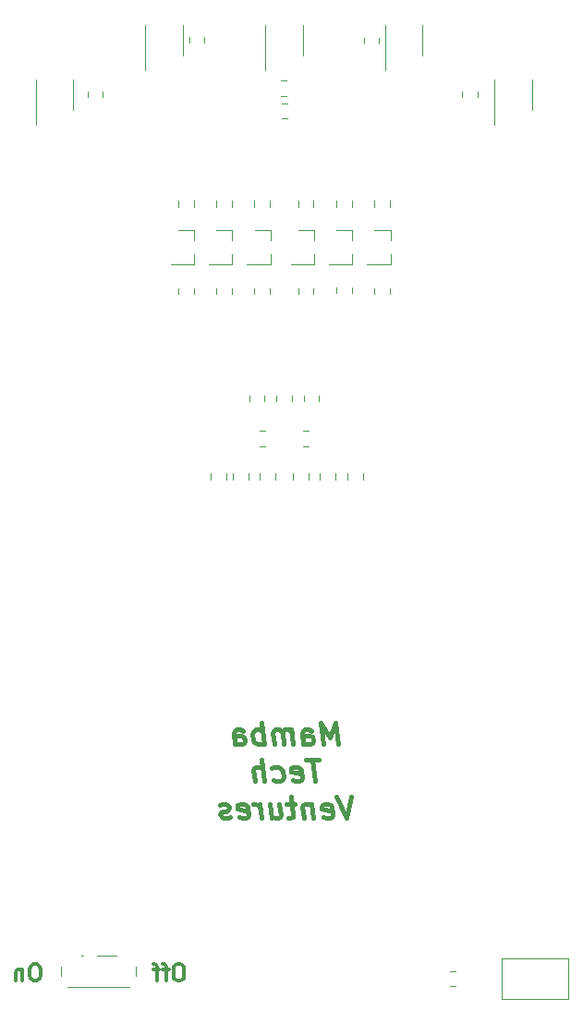
<source format=gbr>
G04 #@! TF.GenerationSoftware,KiCad,Pcbnew,(5.0.1)-3*
G04 #@! TF.CreationDate,2022-06-15T15:11:29+08:00*
G04 #@! TF.ProjectId,Micromouse_V01,4D6963726F6D6F7573655F5630312E6B,rev?*
G04 #@! TF.SameCoordinates,Original*
G04 #@! TF.FileFunction,Legend,Bot*
G04 #@! TF.FilePolarity,Positive*
%FSLAX46Y46*%
G04 Gerber Fmt 4.6, Leading zero omitted, Abs format (unit mm)*
G04 Created by KiCad (PCBNEW (5.0.1)-3) date 15-Jun-22 3:11:29 PM*
%MOMM*%
%LPD*%
G01*
G04 APERTURE LIST*
%ADD10C,0.300000*%
%ADD11C,0.400000*%
%ADD12C,0.120000*%
G04 APERTURE END LIST*
D10*
X92500000Y-137678571D02*
X92214285Y-137678571D01*
X92071428Y-137750000D01*
X91928571Y-137892857D01*
X91857142Y-138178571D01*
X91857142Y-138678571D01*
X91928571Y-138964285D01*
X92071428Y-139107142D01*
X92214285Y-139178571D01*
X92500000Y-139178571D01*
X92642857Y-139107142D01*
X92785714Y-138964285D01*
X92857142Y-138678571D01*
X92857142Y-138178571D01*
X92785714Y-137892857D01*
X92642857Y-137750000D01*
X92500000Y-137678571D01*
X91428571Y-138178571D02*
X90857142Y-138178571D01*
X91214285Y-139178571D02*
X91214285Y-137892857D01*
X91142857Y-137750000D01*
X91000000Y-137678571D01*
X90857142Y-137678571D01*
X90571428Y-138178571D02*
X90000000Y-138178571D01*
X90357142Y-139178571D02*
X90357142Y-137892857D01*
X90285714Y-137750000D01*
X90142857Y-137678571D01*
X90000000Y-137678571D01*
X79321428Y-137678571D02*
X79035714Y-137678571D01*
X78892857Y-137750000D01*
X78750000Y-137892857D01*
X78678571Y-138178571D01*
X78678571Y-138678571D01*
X78750000Y-138964285D01*
X78892857Y-139107142D01*
X79035714Y-139178571D01*
X79321428Y-139178571D01*
X79464285Y-139107142D01*
X79607142Y-138964285D01*
X79678571Y-138678571D01*
X79678571Y-138178571D01*
X79607142Y-137892857D01*
X79464285Y-137750000D01*
X79321428Y-137678571D01*
X78035714Y-138178571D02*
X78035714Y-139178571D01*
X78035714Y-138321428D02*
X77964285Y-138250000D01*
X77821428Y-138178571D01*
X77607142Y-138178571D01*
X77464285Y-138250000D01*
X77392857Y-138392857D01*
X77392857Y-139178571D01*
D11*
X106922380Y-117504761D02*
X106672380Y-115504761D01*
X106184285Y-116933333D01*
X105339047Y-115504761D01*
X105589047Y-117504761D01*
X103779523Y-117504761D02*
X103648571Y-116457142D01*
X103720000Y-116266666D01*
X103898571Y-116171428D01*
X104279523Y-116171428D01*
X104481904Y-116266666D01*
X103767619Y-117409523D02*
X103970000Y-117504761D01*
X104446190Y-117504761D01*
X104624761Y-117409523D01*
X104696190Y-117219047D01*
X104672380Y-117028571D01*
X104553333Y-116838095D01*
X104350952Y-116742857D01*
X103874761Y-116742857D01*
X103672380Y-116647619D01*
X102827142Y-117504761D02*
X102660476Y-116171428D01*
X102684285Y-116361904D02*
X102577142Y-116266666D01*
X102374761Y-116171428D01*
X102089047Y-116171428D01*
X101910476Y-116266666D01*
X101839047Y-116457142D01*
X101970000Y-117504761D01*
X101839047Y-116457142D02*
X101720000Y-116266666D01*
X101517619Y-116171428D01*
X101231904Y-116171428D01*
X101053333Y-116266666D01*
X100981904Y-116457142D01*
X101112857Y-117504761D01*
X100160476Y-117504761D02*
X99910476Y-115504761D01*
X100005714Y-116266666D02*
X99803333Y-116171428D01*
X99422380Y-116171428D01*
X99243809Y-116266666D01*
X99160476Y-116361904D01*
X99089047Y-116552380D01*
X99160476Y-117123809D01*
X99279523Y-117314285D01*
X99386666Y-117409523D01*
X99589047Y-117504761D01*
X99970000Y-117504761D01*
X100148571Y-117409523D01*
X97493809Y-117504761D02*
X97362857Y-116457142D01*
X97434285Y-116266666D01*
X97612857Y-116171428D01*
X97993809Y-116171428D01*
X98196190Y-116266666D01*
X97481904Y-117409523D02*
X97684285Y-117504761D01*
X98160476Y-117504761D01*
X98339047Y-117409523D01*
X98410476Y-117219047D01*
X98386666Y-117028571D01*
X98267619Y-116838095D01*
X98065238Y-116742857D01*
X97589047Y-116742857D01*
X97386666Y-116647619D01*
X105148571Y-118904761D02*
X104005714Y-118904761D01*
X104827142Y-120904761D02*
X104577142Y-118904761D01*
X102815238Y-120809523D02*
X103017619Y-120904761D01*
X103398571Y-120904761D01*
X103577142Y-120809523D01*
X103648571Y-120619047D01*
X103553333Y-119857142D01*
X103434285Y-119666666D01*
X103231904Y-119571428D01*
X102850952Y-119571428D01*
X102672380Y-119666666D01*
X102600952Y-119857142D01*
X102624761Y-120047619D01*
X103600952Y-120238095D01*
X101005714Y-120809523D02*
X101208095Y-120904761D01*
X101589047Y-120904761D01*
X101767619Y-120809523D01*
X101850952Y-120714285D01*
X101922380Y-120523809D01*
X101850952Y-119952380D01*
X101731904Y-119761904D01*
X101624761Y-119666666D01*
X101422380Y-119571428D01*
X101041428Y-119571428D01*
X100862857Y-119666666D01*
X100160476Y-120904761D02*
X99910476Y-118904761D01*
X99303333Y-120904761D02*
X99172380Y-119857142D01*
X99243809Y-119666666D01*
X99422380Y-119571428D01*
X99708095Y-119571428D01*
X99910476Y-119666666D01*
X100017619Y-119761904D01*
X108148571Y-122304761D02*
X107731904Y-124304761D01*
X106815238Y-122304761D01*
X105624761Y-124209523D02*
X105827142Y-124304761D01*
X106208095Y-124304761D01*
X106386666Y-124209523D01*
X106458095Y-124019047D01*
X106362857Y-123257142D01*
X106243809Y-123066666D01*
X106041428Y-122971428D01*
X105660476Y-122971428D01*
X105481904Y-123066666D01*
X105410476Y-123257142D01*
X105434285Y-123447619D01*
X106410476Y-123638095D01*
X104517619Y-122971428D02*
X104684285Y-124304761D01*
X104541428Y-123161904D02*
X104434285Y-123066666D01*
X104231904Y-122971428D01*
X103946190Y-122971428D01*
X103767619Y-123066666D01*
X103696190Y-123257142D01*
X103827142Y-124304761D01*
X102993809Y-122971428D02*
X102231904Y-122971428D01*
X102624761Y-122304761D02*
X102839047Y-124019047D01*
X102767619Y-124209523D01*
X102589047Y-124304761D01*
X102398571Y-124304761D01*
X100708095Y-122971428D02*
X100874761Y-124304761D01*
X101565238Y-122971428D02*
X101696190Y-124019047D01*
X101624761Y-124209523D01*
X101446190Y-124304761D01*
X101160476Y-124304761D01*
X100958095Y-124209523D01*
X100850952Y-124114285D01*
X99922380Y-124304761D02*
X99755714Y-122971428D01*
X99803333Y-123352380D02*
X99684285Y-123161904D01*
X99577142Y-123066666D01*
X99374761Y-122971428D01*
X99184285Y-122971428D01*
X97910476Y-124209523D02*
X98112857Y-124304761D01*
X98493809Y-124304761D01*
X98672380Y-124209523D01*
X98743809Y-124019047D01*
X98648571Y-123257142D01*
X98529523Y-123066666D01*
X98327142Y-122971428D01*
X97946190Y-122971428D01*
X97767619Y-123066666D01*
X97696190Y-123257142D01*
X97720000Y-123447619D01*
X98696190Y-123638095D01*
X97053333Y-124209523D02*
X96874761Y-124304761D01*
X96493809Y-124304761D01*
X96291428Y-124209523D01*
X96172380Y-124019047D01*
X96160476Y-123923809D01*
X96231904Y-123733333D01*
X96410476Y-123638095D01*
X96696190Y-123638095D01*
X96874761Y-123542857D01*
X96946190Y-123352380D01*
X96934285Y-123257142D01*
X96815238Y-123066666D01*
X96612857Y-122971428D01*
X96327142Y-122971428D01*
X96148571Y-123066666D01*
D12*
G04 #@! TO.C,SW1*
X83600000Y-136880000D02*
X83400000Y-136880000D01*
X87850000Y-139730000D02*
X82150000Y-139730000D01*
X86600000Y-136880000D02*
X84900000Y-136880000D01*
X88450000Y-137930000D02*
X88450000Y-138720000D01*
X81550000Y-138720000D02*
X81550000Y-137930000D01*
G04 #@! TO.C,S7*
X82700000Y-56600000D02*
X82700000Y-59400000D01*
X79300000Y-56600000D02*
X79300000Y-60800000D01*
G04 #@! TO.C,S8*
X89300000Y-51600000D02*
X89300000Y-55800000D01*
X92700000Y-51600000D02*
X92700000Y-54400000D01*
G04 #@! TO.C,S10*
X111300000Y-51600000D02*
X111300000Y-55800000D01*
X114700000Y-51600000D02*
X114700000Y-54400000D01*
G04 #@! TO.C,Q1*
X93760000Y-70420000D02*
X92300000Y-70420000D01*
X93760000Y-73580000D02*
X91600000Y-73580000D01*
X93760000Y-73580000D02*
X93760000Y-72650000D01*
X93760000Y-70420000D02*
X93760000Y-71350000D01*
G04 #@! TO.C,Q2*
X97260000Y-70420000D02*
X95800000Y-70420000D01*
X97260000Y-73580000D02*
X95100000Y-73580000D01*
X97260000Y-73580000D02*
X97260000Y-72650000D01*
X97260000Y-70420000D02*
X97260000Y-71350000D01*
G04 #@! TO.C,Q3*
X108260000Y-70420000D02*
X106800000Y-70420000D01*
X108260000Y-73580000D02*
X106100000Y-73580000D01*
X108260000Y-73580000D02*
X108260000Y-72650000D01*
X108260000Y-70420000D02*
X108260000Y-71350000D01*
G04 #@! TO.C,Q4*
X111760000Y-70420000D02*
X111760000Y-71350000D01*
X111760000Y-73580000D02*
X111760000Y-72650000D01*
X111760000Y-73580000D02*
X109600000Y-73580000D01*
X111760000Y-70420000D02*
X110300000Y-70420000D01*
G04 #@! TO.C,Q5*
X100760000Y-70420000D02*
X100760000Y-71350000D01*
X100760000Y-73580000D02*
X100760000Y-72650000D01*
X100760000Y-73580000D02*
X98600000Y-73580000D01*
X100760000Y-70420000D02*
X99300000Y-70420000D01*
G04 #@! TO.C,Q6*
X104760000Y-70420000D02*
X104760000Y-71350000D01*
X104760000Y-73580000D02*
X104760000Y-72650000D01*
X104760000Y-73580000D02*
X102600000Y-73580000D01*
X104760000Y-70420000D02*
X103300000Y-70420000D01*
G04 #@! TO.C,R1*
X92290000Y-68261252D02*
X92290000Y-67738748D01*
X93710000Y-68261252D02*
X93710000Y-67738748D01*
G04 #@! TO.C,R2*
X96710000Y-92713748D02*
X96710000Y-93236252D01*
X95290000Y-92713748D02*
X95290000Y-93236252D01*
G04 #@! TO.C,R3*
X97210000Y-68261252D02*
X97210000Y-67738748D01*
X95790000Y-68261252D02*
X95790000Y-67738748D01*
G04 #@! TO.C,R4*
X97290000Y-92713748D02*
X97290000Y-93236252D01*
X98710000Y-92713748D02*
X98710000Y-93236252D01*
G04 #@! TO.C,R5*
X106790000Y-68261252D02*
X106790000Y-67738748D01*
X108210000Y-68261252D02*
X108210000Y-67738748D01*
G04 #@! TO.C,R6*
X105290000Y-92713748D02*
X105290000Y-93236252D01*
X106710000Y-92713748D02*
X106710000Y-93236252D01*
G04 #@! TO.C,R7*
X111710000Y-68261252D02*
X111710000Y-67738748D01*
X110290000Y-68261252D02*
X110290000Y-67738748D01*
G04 #@! TO.C,R8*
X109210000Y-92713748D02*
X109210000Y-93236252D01*
X107790000Y-92713748D02*
X107790000Y-93236252D01*
G04 #@! TO.C,R9*
X100710000Y-68261252D02*
X100710000Y-67738748D01*
X99290000Y-68261252D02*
X99290000Y-67738748D01*
G04 #@! TO.C,R10*
X101210000Y-92713748D02*
X101210000Y-93236252D01*
X99790000Y-92713748D02*
X99790000Y-93236252D01*
G04 #@! TO.C,R11*
X103290000Y-68261252D02*
X103290000Y-67738748D01*
X104710000Y-68261252D02*
X104710000Y-67738748D01*
G04 #@! TO.C,R12*
X104210000Y-92713748D02*
X104210000Y-93236252D01*
X102790000Y-92713748D02*
X102790000Y-93236252D01*
G04 #@! TO.C,R13*
X99738748Y-88790000D02*
X100261252Y-88790000D01*
X99738748Y-90210000D02*
X100261252Y-90210000D01*
G04 #@! TO.C,R14*
X103738748Y-90210000D02*
X104261252Y-90210000D01*
X103738748Y-88790000D02*
X104261252Y-88790000D01*
G04 #@! TO.C,S11*
X124700000Y-56600000D02*
X124700000Y-59400000D01*
X121300000Y-56600000D02*
X121300000Y-60800000D01*
G04 #@! TO.C,R15*
X100210000Y-86100556D02*
X100210000Y-85578052D01*
X98790000Y-86100556D02*
X98790000Y-85578052D01*
G04 #@! TO.C,R16*
X101289998Y-86100556D02*
X101289998Y-85578052D01*
X102709998Y-86100556D02*
X102709998Y-85578052D01*
G04 #@! TO.C,R17*
X105210000Y-86100556D02*
X105210000Y-85578052D01*
X103790000Y-86100556D02*
X103790000Y-85578052D01*
G04 #@! TO.C,R18*
X117213748Y-138290000D02*
X117736252Y-138290000D01*
X117213748Y-139710000D02*
X117736252Y-139710000D01*
G04 #@! TO.C,R19*
X102286252Y-58790000D02*
X101763748Y-58790000D01*
X102286252Y-60210000D02*
X101763748Y-60210000D01*
G04 #@! TO.C,R20*
X103290000Y-75738748D02*
X103290000Y-76261252D01*
X104710000Y-75738748D02*
X104710000Y-76261252D01*
G04 #@! TO.C,R21*
X93710000Y-75763748D02*
X93710000Y-76286252D01*
X92290000Y-75763748D02*
X92290000Y-76286252D01*
G04 #@! TO.C,R22*
X97210000Y-75763748D02*
X97210000Y-76286252D01*
X95790000Y-75763748D02*
X95790000Y-76286252D01*
G04 #@! TO.C,R23*
X106790000Y-75626073D02*
X106790000Y-76148577D01*
X108210000Y-75626073D02*
X108210000Y-76148577D01*
G04 #@! TO.C,R24*
X110290000Y-75763748D02*
X110290000Y-76286252D01*
X111710000Y-75763748D02*
X111710000Y-76286252D01*
G04 #@! TO.C,R25*
X100710000Y-75738748D02*
X100710000Y-76261252D01*
X99290000Y-75738748D02*
X99290000Y-76261252D01*
G04 #@! TO.C,SW2*
X128060000Y-140850000D02*
X128060000Y-137150000D01*
X121940000Y-140850000D02*
X128060000Y-140850000D01*
X121940000Y-137150000D02*
X121940000Y-140850000D01*
X128060000Y-137150000D02*
X121940000Y-137150000D01*
G04 #@! TO.C,R26*
X101718749Y-58159746D02*
X102241253Y-58159746D01*
X101718749Y-56739746D02*
X102241253Y-56739746D01*
G04 #@! TO.C,R27*
X83990000Y-57738748D02*
X83990000Y-58261252D01*
X85410000Y-57738748D02*
X85410000Y-58261252D01*
G04 #@! TO.C,R28*
X94710000Y-52738748D02*
X94710000Y-53261252D01*
X93290000Y-52738748D02*
X93290000Y-53261252D01*
G04 #@! TO.C,R29*
X109290000Y-52763748D02*
X109290000Y-53286252D01*
X110710000Y-52763748D02*
X110710000Y-53286252D01*
G04 #@! TO.C,R30*
X119710000Y-57738748D02*
X119710000Y-58261252D01*
X118290000Y-57738748D02*
X118290000Y-58261252D01*
G04 #@! TO.C,S9*
X103700000Y-51600000D02*
X103700000Y-54400000D01*
X100300000Y-51600000D02*
X100300000Y-55800000D01*
G04 #@! TD*
M02*

</source>
